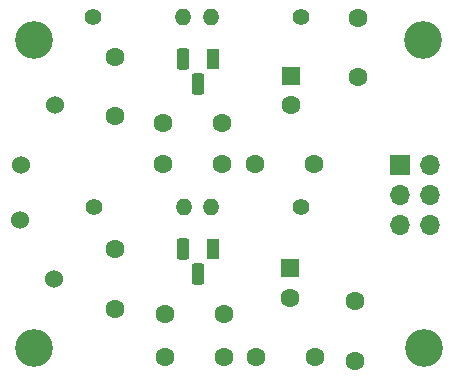
<source format=gbr>
%TF.GenerationSoftware,KiCad,Pcbnew,8.0.1*%
%TF.CreationDate,2024-03-20T08:47:04+01:00*%
%TF.ProjectId,GewitterMonitorAntenne,47657769-7474-4657-924d-6f6e69746f72,rev?*%
%TF.SameCoordinates,Original*%
%TF.FileFunction,Soldermask,Bot*%
%TF.FilePolarity,Negative*%
%FSLAX46Y46*%
G04 Gerber Fmt 4.6, Leading zero omitted, Abs format (unit mm)*
G04 Created by KiCad (PCBNEW 8.0.1) date 2024-03-20 08:47:04*
%MOMM*%
%LPD*%
G01*
G04 APERTURE LIST*
G04 Aperture macros list*
%AMRoundRect*
0 Rectangle with rounded corners*
0 $1 Rounding radius*
0 $2 $3 $4 $5 $6 $7 $8 $9 X,Y pos of 4 corners*
0 Add a 4 corners polygon primitive as box body*
4,1,4,$2,$3,$4,$5,$6,$7,$8,$9,$2,$3,0*
0 Add four circle primitives for the rounded corners*
1,1,$1+$1,$2,$3*
1,1,$1+$1,$4,$5*
1,1,$1+$1,$6,$7*
1,1,$1+$1,$8,$9*
0 Add four rect primitives between the rounded corners*
20,1,$1+$1,$2,$3,$4,$5,0*
20,1,$1+$1,$4,$5,$6,$7,0*
20,1,$1+$1,$6,$7,$8,$9,0*
20,1,$1+$1,$8,$9,$2,$3,0*%
G04 Aperture macros list end*
%ADD10C,1.600000*%
%ADD11C,1.400000*%
%ADD12O,1.400000X1.400000*%
%ADD13R,1.600000X1.600000*%
%ADD14C,1.524000*%
%ADD15C,3.200000*%
%ADD16R,1.100000X1.800000*%
%ADD17RoundRect,0.275000X0.275000X0.625000X-0.275000X0.625000X-0.275000X-0.625000X0.275000X-0.625000X0*%
%ADD18R,1.700000X1.700000*%
%ADD19O,1.700000X1.700000*%
G04 APERTURE END LIST*
D10*
%TO.C,C7*%
X148100000Y-84400000D03*
X148100000Y-89400000D03*
%TD*%
%TO.C,C5*%
X148100000Y-68100000D03*
X148100000Y-73100000D03*
%TD*%
D11*
%TO.C,R4*%
X163800000Y-80800000D03*
D12*
X156180000Y-80800000D03*
%TD*%
D13*
%TO.C,C2*%
X163000000Y-69700000D03*
D10*
X163000000Y-72200000D03*
%TD*%
D11*
%TO.C,R1*%
X163820000Y-64700000D03*
D12*
X156200000Y-64700000D03*
%TD*%
D14*
%TO.C,L2*%
X142900000Y-86924871D03*
X140000000Y-81901924D03*
%TD*%
D10*
%TO.C,C3*%
X168600000Y-64800000D03*
X168600000Y-69800000D03*
%TD*%
D15*
%TO.C,REF\u002A\u002A*%
X174200000Y-92700000D03*
%TD*%
%TO.C,REF\u002A\u002A*%
X174100000Y-66700000D03*
%TD*%
D11*
%TO.C,R3*%
X146280000Y-80800000D03*
D12*
X153900000Y-80800000D03*
%TD*%
D11*
%TO.C,R2*%
X146180000Y-64700000D03*
D12*
X153800000Y-64700000D03*
%TD*%
D16*
%TO.C,U1*%
X156340000Y-68300000D03*
D17*
X155070000Y-70370000D03*
X153800000Y-68300000D03*
%TD*%
D14*
%TO.C,L1*%
X143000000Y-72201924D03*
X140100000Y-77224871D03*
%TD*%
D10*
%TO.C,C6*%
X152140000Y-77200000D03*
X157140000Y-77200000D03*
%TD*%
%TO.C,C8*%
X152300000Y-93500000D03*
X157300000Y-93500000D03*
%TD*%
%TO.C,C9*%
X152300000Y-89900000D03*
X157300000Y-89900000D03*
%TD*%
D13*
%TO.C,C12*%
X162900000Y-86000000D03*
D10*
X162900000Y-88500000D03*
%TD*%
%TO.C,C11*%
X168400000Y-93800000D03*
X168400000Y-88800000D03*
%TD*%
D15*
%TO.C,REF\u002A\u002A*%
X141200000Y-66700000D03*
%TD*%
%TO.C,REF\u002A\u002A*%
X141200000Y-92700000D03*
%TD*%
D18*
%TO.C,J1*%
X172160000Y-77220000D03*
D19*
X174700000Y-77220000D03*
X172160000Y-79760000D03*
X174700000Y-79760000D03*
X172160000Y-82300000D03*
X174700000Y-82300000D03*
%TD*%
D10*
%TO.C,C1*%
X159900000Y-77200000D03*
X164900000Y-77200000D03*
%TD*%
D16*
%TO.C,U2*%
X156340000Y-84400000D03*
D17*
X155070000Y-86470000D03*
X153800000Y-84400000D03*
%TD*%
D10*
%TO.C,C10*%
X160000000Y-93500000D03*
X165000000Y-93500000D03*
%TD*%
%TO.C,C4*%
X152100000Y-73700000D03*
X157100000Y-73700000D03*
%TD*%
M02*

</source>
